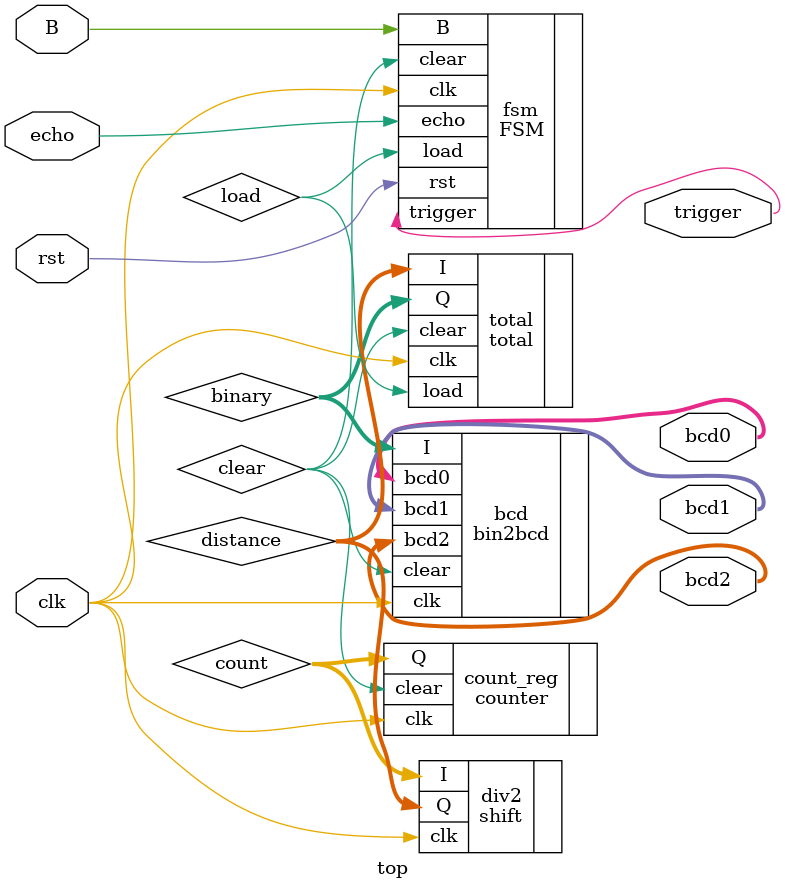
<source format=sv>
module top(clk,B,trigger,echo,rst,bcd0,bcd1,bcd2);
	input logic	clk;
	input logic	B;
	input	logic	echo;
	input logic	rst;
	output logic trigger;
	output logic [3:0]bcd0;
	output logic [3:0]bcd1;
	output logic [3:0]bcd2;
	

	logic	clear;
	logic load;
	logic [8:0]count;
	logic [7:0]distance;
	logic [7:0]binary;
	counter count_reg 		(.clk(clk),
									.clear(clear),
									.Q(count));
									
	shift div2					(.clk(clk),
									.I(count),
									.Q(distance));

	total total					(.clk(clk),
									.load(load),
									.clear(clear),
									.I(distance),
									.Q(binary));
		
	bin2bcd bcd					(.clk(clk),
									.clear(clear),
									.I(binary),
									.bcd0(bcd0),
									.bcd1(bcd1),
									.bcd2(bcd2));

									
	FSM	fsm					(.clk(clk),
									.clear(clear),
									.rst(rst),
									.load(load),
									.B(B),
									.echo(echo),
									.trigger(trigger));
									
endmodule
</source>
